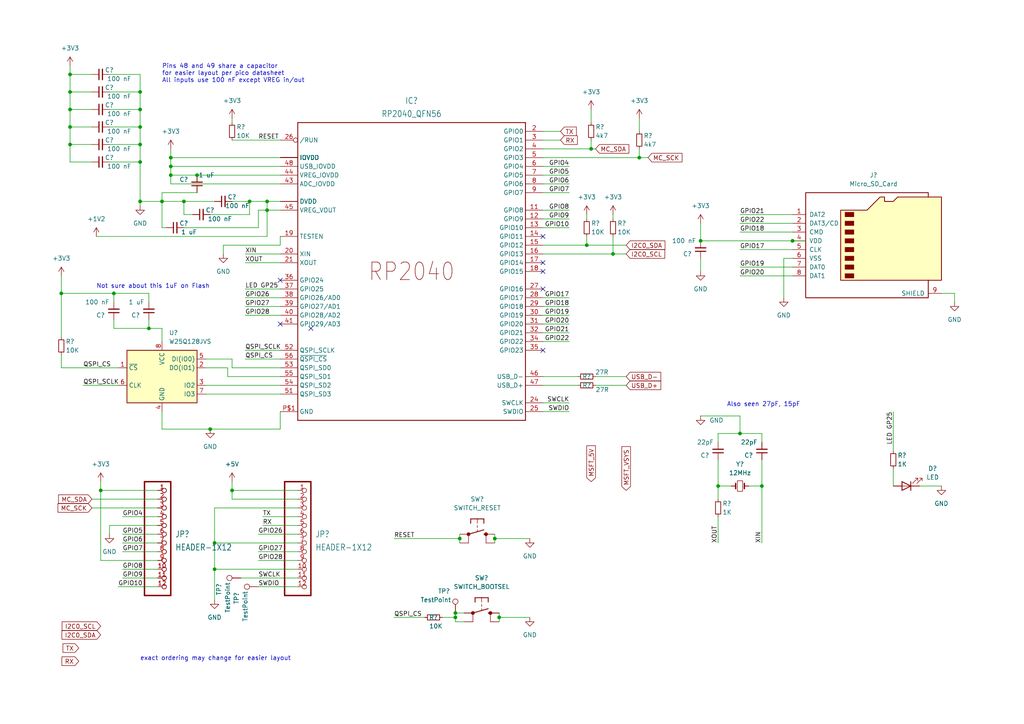
<source format=kicad_sch>
(kicad_sch (version 20211123) (generator eeschema)
  (paper "A4")
  (lib_symbols
    (symbol "Adafruit Feather RP2040-eagle-import:HEADER-1X12"
      (property "Reference" "JP" (at -6.35 18.415 0))
      (property "Value" "HEADER-1X12" (at -6.35 -17.78 0))
      (symbol "HEADER-1X12_1_0"
        (polyline (pts (xy -6.35 -15.24) (xy 1.27 -15.24)) (stroke (width 0.4064)))
        (polyline (pts (xy -6.35 17.78) (xy -6.35 -15.24)) (stroke (width 0.4064)))
        (polyline (pts (xy 1.27 -15.24) (xy 1.27 17.78)) (stroke (width 0.4064)))
        (polyline (pts (xy 1.27 17.78) (xy -6.35 17.78)) (stroke (width 0.4064)))
        (pin passive inverted (at -2.54 15.24 0) (length 2.54) (name "1") (number "1"))
        (pin passive inverted (at -2.54 -7.62 0) (length 2.54) (name "10") (number "10"))
        (pin passive inverted (at -2.54 -10.16 0) (length 2.54) (name "11") (number "11"))
        (pin passive inverted (at -2.54 -12.7 0) (length 2.54) (name "12") (number "12"))
        (pin passive inverted (at -2.54 12.7 0) (length 2.54) (name "2") (number "2"))
        (pin passive inverted (at -2.54 10.16 0) (length 2.54) (name "3") (number "3"))
        (pin passive inverted (at -2.54 7.62 0) (length 2.54) (name "4") (number "4"))
        (pin passive inverted (at -2.54 5.08 0) (length 2.54) (name "5") (number "5"))
        (pin passive inverted (at -2.54 2.54 0) (length 2.54) (name "6") (number "6"))
        (pin passive inverted (at -2.54 0 0) (length 2.54) (name "7") (number "7"))
        (pin passive inverted (at -2.54 -2.54 0) (length 2.54) (name "8") (number "8"))
        (pin passive inverted (at -2.54 -5.08 0) (length 2.54) (name "9") (number "9"))
      )
    )
    (symbol "Adafruit Feather RP2040-eagle-import:RP2040_QFN56"
      (property "Reference" "IC" (at -5.08 -40.64 0))
      (property "Value" "RP2040_QFN56" (at -27.94 45.72 0))
      (symbol "RP2040_QFN56_1_0"
        (polyline (pts (xy -33.02 -43.18) (xy -33.02 43.18)) (stroke (width 0.254)))
        (polyline (pts (xy -33.02 43.18) (xy 33.02 43.18)) (stroke (width 0.254)))
        (polyline (pts (xy 33.02 -43.18) (xy -33.02 -43.18)) (stroke (width 0.254)))
        (polyline (pts (xy 33.02 43.18) (xy 33.02 -43.18)) (stroke (width 0.254)))
        (text "RP2040" (at 0 0 0) (effects (font (size 5.08 4.318))))
        (pin power_in line (at -38.1 33.02 0) (length 5.08) (name "IOVDD") (number "1"))
        (pin power_in line (at -38.1 33.02 0) (length 5.08) (name "IOVDD") (number "10"))
        (pin bidirectional line (at 38.1 17.78 180) (length 5.08) (name "GPIO8") (number "11"))
        (pin bidirectional line (at 38.1 15.24 180) (length 5.08) (name "GPIO9") (number "12"))
        (pin bidirectional line (at 38.1 12.7 180) (length 5.08) (name "GPIO10") (number "13"))
        (pin bidirectional line (at 38.1 10.16 180) (length 5.08) (name "GPIO11") (number "14"))
        (pin bidirectional line (at 38.1 7.62 180) (length 5.08) (name "GPIO12") (number "15"))
        (pin bidirectional line (at 38.1 5.08 180) (length 5.08) (name "GPIO13") (number "16"))
        (pin bidirectional line (at 38.1 2.54 180) (length 5.08) (name "GPIO14") (number "17"))
        (pin bidirectional line (at 38.1 0 180) (length 5.08) (name "GPIO15") (number "18"))
        (pin input line (at -38.1 10.16 0) (length 5.08) (name "TESTEN") (number "19"))
        (pin bidirectional line (at 38.1 40.64 180) (length 5.08) (name "GPIO0") (number "2"))
        (pin input line (at -38.1 5.08 0) (length 5.08) (name "XIN") (number "20"))
        (pin output line (at -38.1 2.54 0) (length 5.08) (name "XOUT") (number "21"))
        (pin power_in line (at -38.1 33.02 0) (length 5.08) (name "IOVDD") (number "22"))
        (pin power_in line (at -38.1 20.32 0) (length 5.08) (name "DVDD") (number "23"))
        (pin bidirectional line (at 38.1 -38.1 180) (length 5.08) (name "SWCLK") (number "24"))
        (pin bidirectional line (at 38.1 -40.64 180) (length 5.08) (name "SWDIO") (number "25"))
        (pin bidirectional inverted (at -38.1 38.1 0) (length 5.08) (name "/RUN") (number "26"))
        (pin bidirectional line (at 38.1 -5.08 180) (length 5.08) (name "GPIO16") (number "27"))
        (pin bidirectional line (at 38.1 -7.62 180) (length 5.08) (name "GPIO17") (number "28"))
        (pin bidirectional line (at 38.1 -10.16 180) (length 5.08) (name "GPIO18") (number "29"))
        (pin bidirectional line (at 38.1 38.1 180) (length 5.08) (name "GPIO1") (number "3"))
        (pin bidirectional line (at 38.1 -12.7 180) (length 5.08) (name "GPIO19") (number "30"))
        (pin bidirectional line (at 38.1 -15.24 180) (length 5.08) (name "GPIO20") (number "31"))
        (pin bidirectional line (at 38.1 -17.78 180) (length 5.08) (name "GPIO21") (number "32"))
        (pin power_in line (at -38.1 33.02 0) (length 5.08) (name "IOVDD") (number "33"))
        (pin bidirectional line (at 38.1 -20.32 180) (length 5.08) (name "GPIO22") (number "34"))
        (pin bidirectional line (at 38.1 -22.86 180) (length 5.08) (name "GPIO23") (number "35"))
        (pin bidirectional line (at -38.1 -2.54 0) (length 5.08) (name "GPIO24") (number "36"))
        (pin bidirectional line (at -38.1 -5.08 0) (length 5.08) (name "GPIO25") (number "37"))
        (pin bidirectional line (at -38.1 -7.62 0) (length 5.08) (name "GPIO26/AD0") (number "38"))
        (pin bidirectional line (at -38.1 -10.16 0) (length 5.08) (name "GPIO27/AD1") (number "39"))
        (pin bidirectional line (at 38.1 35.56 180) (length 5.08) (name "GPIO2") (number "4"))
        (pin bidirectional line (at -38.1 -12.7 0) (length 5.08) (name "GPIO28/AD2") (number "40"))
        (pin bidirectional line (at -38.1 -15.24 0) (length 5.08) (name "GPIO29/AD3") (number "41"))
        (pin power_in line (at -38.1 33.02 0) (length 5.08) (name "IOVDD") (number "42"))
        (pin power_in line (at -38.1 25.4 0) (length 5.08) (name "ADC_IOVDD") (number "43"))
        (pin power_in line (at -38.1 27.94 0) (length 5.08) (name "VREG_IOVDD") (number "44"))
        (pin power_in line (at -38.1 17.78 0) (length 5.08) (name "VREG_VOUT") (number "45"))
        (pin bidirectional line (at 38.1 -30.48 180) (length 5.08) (name "USB_D-") (number "46"))
        (pin bidirectional line (at 38.1 -33.02 180) (length 5.08) (name "USB_D+") (number "47"))
        (pin power_in line (at -38.1 30.48 0) (length 5.08) (name "USB_IOVDD") (number "48"))
        (pin power_in line (at -38.1 33.02 0) (length 5.08) (name "IOVDD") (number "49"))
        (pin bidirectional line (at 38.1 33.02 180) (length 5.08) (name "GPIO3") (number "5"))
        (pin power_in line (at -38.1 20.32 0) (length 5.08) (name "DVDD") (number "50"))
        (pin bidirectional line (at -38.1 -35.56 0) (length 5.08) (name "QSPI_SD3") (number "51"))
        (pin bidirectional line (at -38.1 -22.86 0) (length 5.08) (name "QSPI_SCLK") (number "52"))
        (pin bidirectional line (at -38.1 -27.94 0) (length 5.08) (name "QSPI_SD0") (number "53"))
        (pin bidirectional line (at -38.1 -33.02 0) (length 5.08) (name "QSPI_SD2") (number "54"))
        (pin bidirectional line (at -38.1 -30.48 0) (length 5.08) (name "QSPI_SD1") (number "55"))
        (pin bidirectional line (at -38.1 -25.4 0) (length 5.08) (name "~{QSPI_CS}") (number "56"))
        (pin bidirectional line (at 38.1 30.48 180) (length 5.08) (name "GPIO4") (number "6"))
        (pin bidirectional line (at 38.1 27.94 180) (length 5.08) (name "GPIO5") (number "7"))
        (pin bidirectional line (at 38.1 25.4 180) (length 5.08) (name "GPIO6") (number "8"))
        (pin bidirectional line (at 38.1 22.86 180) (length 5.08) (name "GPIO7") (number "9"))
        (pin power_in line (at -38.1 -40.64 0) (length 5.08) (name "GND") (number "P$1"))
      )
    )
    (symbol "Adafruit Feather RP2040-eagle-import:SWITCH_TACT_SMT"
      (property "Reference" "SW" (at -2.54 6.35 0))
      (property "Value" "SWITCH_TACT_SMT" (at -2.54 -5.08 0))
      (symbol "SWITCH_TACT_SMT_1_0"
        (circle (center -2.54 0) (radius 0.127) (stroke (width 0.4064)))
        (polyline (pts (xy -2.54 -2.54) (xy -2.54 0)) (stroke (width 0.1524)))
        (polyline (pts (xy -2.54 0) (xy 1.905 1.27)) (stroke (width 0.254)))
        (polyline (pts (xy -1.905 4.445) (xy -1.905 3.175)) (stroke (width 0.254)))
        (polyline (pts (xy 0 1.27) (xy 0 0.635)) (stroke (width 0.1524)))
        (polyline (pts (xy 0 2.54) (xy 0 1.905)) (stroke (width 0.1524)))
        (polyline (pts (xy 0 4.445) (xy -1.905 4.445)) (stroke (width 0.254)))
        (polyline (pts (xy 0 4.445) (xy 0 3.175)) (stroke (width 0.1524)))
        (polyline (pts (xy 1.905 0) (xy 2.54 0)) (stroke (width 0.254)))
        (polyline (pts (xy 1.905 4.445) (xy 0 4.445)) (stroke (width 0.254)))
        (polyline (pts (xy 1.905 4.445) (xy 1.905 3.175)) (stroke (width 0.254)))
        (polyline (pts (xy 2.54 -2.54) (xy 2.54 0)) (stroke (width 0.1524)))
        (circle (center 2.54 0) (radius 0.127) (stroke (width 0.4064)))
        (pin passive line (at -5.08 0 0) (length 2.54) (name "P") (number "A"))
        (pin passive line (at -5.08 -2.54 0) (length 2.54) (name "P1") (number "A'"))
        (pin passive line (at 5.08 0 180) (length 2.54) (name "S") (number "B"))
        (pin passive line (at 5.08 -2.54 180) (length 2.54) (name "S1") (number "B'"))
      )
    )
    (symbol "Connector:Micro_SD_Card" (pin_names (offset 1.016))
      (property "Reference" "J" (at -16.51 15.24 0))
      (property "Value" "Micro_SD_Card" (at 16.51 15.24 0))
      (symbol "Micro_SD_Card_0_1"
        (rectangle (start -7.62 -9.525) (end -5.08 -10.795) (fill (type outline)))
        (rectangle (start -7.62 -6.985) (end -5.08 -8.255) (fill (type outline)))
        (rectangle (start -7.62 -4.445) (end -5.08 -5.715) (fill (type outline)))
        (rectangle (start -7.62 -1.905) (end -5.08 -3.175) (fill (type outline)))
        (rectangle (start -7.62 0.635) (end -5.08 -0.635) (fill (type outline)))
        (rectangle (start -7.62 3.175) (end -5.08 1.905) (fill (type outline)))
        (rectangle (start -7.62 5.715) (end -5.08 4.445) (fill (type outline)))
        (rectangle (start -7.62 8.255) (end -5.08 6.985) (fill (type outline)))
        (polyline (pts (xy 16.51 12.7) (xy 16.51 13.97) (xy -19.05 13.97) (xy -19.05 -16.51) (xy 16.51 -16.51) (xy 16.51 -11.43)) (stroke (width 0.254)))
        (polyline (pts (xy -8.89 -11.43) (xy -8.89 8.89) (xy -1.27 8.89) (xy 2.54 12.7) (xy 3.81 12.7) (xy 3.81 11.43) (xy 6.35 11.43) (xy 7.62 12.7) (xy 20.32 12.7) (xy 20.32 -11.43) (xy -8.89 -11.43)) (stroke (width 0.254)) (fill (type background)))
      )
      (symbol "Micro_SD_Card_1_1"
        (pin bidirectional line (at -22.86 7.62 0) (length 3.81) (name "DAT2") (number "1"))
        (pin bidirectional line (at -22.86 5.08 0) (length 3.81) (name "DAT3/CD") (number "2"))
        (pin input line (at -22.86 2.54 0) (length 3.81) (name "CMD") (number "3"))
        (pin power_in line (at -22.86 0 0) (length 3.81) (name "VDD") (number "4"))
        (pin input line (at -22.86 -2.54 0) (length 3.81) (name "CLK") (number "5"))
        (pin power_in line (at -22.86 -5.08 0) (length 3.81) (name "VSS") (number "6"))
        (pin bidirectional line (at -22.86 -7.62 0) (length 3.81) (name "DAT0") (number "7"))
        (pin bidirectional line (at -22.86 -10.16 0) (length 3.81) (name "DAT1") (number "8"))
        (pin passive line (at 20.32 -15.24 180) (length 3.81) (name "SHIELD") (number "9"))
      )
    )
    (symbol "Connector:TestPoint" (pin_numbers hide) (pin_names (offset 0.762) hide)
      (property "Reference" "TP" (at 0 6.858 0))
      (property "Value" "TestPoint" (at 0 5.08 0))
      (symbol "TestPoint_0_1"
        (circle (center 0 3.302) (radius 0.762))
      )
      (symbol "TestPoint_1_1"
        (pin passive line (at 0 0 90) (length 2.54) (name "1") (number "1"))
      )
    )
    (symbol "Device:C_Small" (pin_numbers hide) (pin_names (offset 0.254) hide)
      (property "Reference" "C" (at 0.254 1.778 0))
      (property "Value" "C_Small" (at 0.254 -2.032 0))
      (symbol "C_Small_0_1"
        (polyline (pts (xy -1.524 -0.508) (xy 1.524 -0.508)) (stroke (width 0.3302)))
        (polyline (pts (xy -1.524 0.508) (xy 1.524 0.508)) (stroke (width 0.3048)))
      )
      (symbol "C_Small_1_1"
        (pin passive line (at 0 2.54 270) (length 2.032) (name "~") (number "1"))
        (pin passive line (at 0 -2.54 90) (length 2.032) (name "~") (number "2"))
      )
    )
    (symbol "Device:Crystal_Small" (pin_numbers hide) (pin_names (offset 1.016) hide)
      (property "Reference" "Y" (at 0 2.54 0))
      (property "Value" "Crystal_Small" (at 0 -2.54 0))
      (symbol "Crystal_Small_0_1"
        (rectangle (start -0.762 -1.524) (end 0.762 1.524))
        (polyline (pts (xy -1.27 -0.762) (xy -1.27 0.762)) (stroke (width 0.381)))
        (polyline (pts (xy 1.27 -0.762) (xy 1.27 0.762)) (stroke (width 0.381)))
      )
      (symbol "Crystal_Small_1_1"
        (pin passive line (at -2.54 0 0) (length 1.27) (name "1") (number "1"))
        (pin passive line (at 2.54 0 180) (length 1.27) (name "2") (number "2"))
      )
    )
    (symbol "Device:LED" (pin_numbers hide) (pin_names (offset 1.016) hide)
      (property "Reference" "D" (at 0 2.54 0))
      (property "Value" "LED" (at 0 -2.54 0))
      (symbol "LED_0_1"
        (polyline (pts (xy -1.27 -1.27) (xy -1.27 1.27)) (stroke (width 0.254)))
        (polyline (pts (xy -1.27 0) (xy 1.27 0)))
        (polyline (pts (xy 1.27 -1.27) (xy 1.27 1.27) (xy -1.27 0) (xy 1.27 -1.27)) (stroke (width 0.254)))
        (polyline (pts (xy -3.048 -0.762) (xy -4.572 -2.286) (xy -3.81 -2.286) (xy -4.572 -2.286) (xy -4.572 -1.524)))
        (polyline (pts (xy -1.778 -0.762) (xy -3.302 -2.286) (xy -2.54 -2.286) (xy -3.302 -2.286) (xy -3.302 -1.524)))
      )
      (symbol "LED_1_1"
        (pin passive line (at -3.81 0 0) (length 2.54) (name "K") (number "1"))
        (pin passive line (at 3.81 0 180) (length 2.54) (name "A") (number "2"))
      )
    )
    (symbol "Device:R_Small" (pin_numbers hide) (pin_names (offset 0.254) hide)
      (property "Reference" "R" (at 0.762 0.508 0))
      (property "Value" "R_Small" (at 0.762 -1.016 0))
      (symbol "R_Small_0_1"
        (rectangle (start -0.762 1.778) (end 0.762 -1.778) (stroke (width 0.2032)))
      )
      (symbol "R_Small_1_1"
        (pin passive line (at 0 2.54 270) (length 0.762) (name "~") (number "1"))
        (pin passive line (at 0 -2.54 90) (length 0.762) (name "~") (number "2"))
      )
    )
    (symbol "Memory_Flash:W25Q128JVS"
      (property "Reference" "U" (at -8.89 8.89 0))
      (property "Value" "W25Q128JVS" (at 7.62 8.89 0))
      (symbol "W25Q128JVS_0_1"
        (rectangle (start -10.16 7.62) (end 10.16 -7.62) (stroke (width 0.254)) (fill (type background)))
      )
      (symbol "W25Q128JVS_1_1"
        (pin input line (at -12.7 2.54 0) (length 2.54) (name "~{CS}") (number "1"))
        (pin bidirectional line (at 12.7 2.54 180) (length 2.54) (name "DO(IO1)") (number "2"))
        (pin bidirectional line (at 12.7 -2.54 180) (length 2.54) (name "IO2") (number "3"))
        (pin power_in line (at 0 -10.16 90) (length 2.54) (name "GND") (number "4"))
        (pin bidirectional line (at 12.7 5.08 180) (length 2.54) (name "DI(IO0)") (number "5"))
        (pin input line (at -12.7 -2.54 0) (length 2.54) (name "CLK") (number "6"))
        (pin bidirectional line (at 12.7 -5.08 180) (length 2.54) (name "IO3") (number "7"))
        (pin power_in line (at 0 10.16 270) (length 2.54) (name "VCC") (number "8"))
      )
    )
    (symbol "power:+1V2" (power) (pin_names (offset 0))
      (property "Value" "+1V2" (at 0 3.556 0))
      (symbol "+1V2_0_1"
        (polyline (pts (xy -0.762 1.27) (xy 0 2.54)))
        (polyline (pts (xy 0 0) (xy 0 2.54)))
        (polyline (pts (xy 0 2.54) (xy 0.762 1.27)))
      )
      (symbol "+1V2_1_1"
        (pin power_in line (at 0 0 90) (length 0) hide (name "+1V2") (number "1"))
      )
    )
    (symbol "power:+3.3V" (power) (pin_names (offset 0))
      (property "Value" "+3.3V" (at 0 3.556 0))
      (symbol "+3.3V_0_1"
        (polyline (pts (xy -0.762 1.27) (xy 0 2.54)))
        (polyline (pts (xy 0 0) (xy 0 2.54)))
        (polyline (pts (xy 0 2.54) (xy 0.762 1.27)))
      )
      (symbol "+3.3V_1_1"
        (pin power_in line (at 0 0 90) (length 0) hide (name "+3V3") (number "1"))
      )
    )
    (symbol "power:+5V" (power) (pin_names (offset 0))
      (property "Value" "+5V" (at 0 3.556 0))
      (symbol "+5V_0_1"
        (polyline (pts (xy -0.762 1.27) (xy 0 2.54)))
        (polyline (pts (xy 0 0) (xy 0 2.54)))
        (polyline (pts (xy 0 2.54) (xy 0.762 1.27)))
      )
      (symbol "+5V_1_1"
        (pin power_in line (at 0 0 90) (length 0) hide (name "+5V") (number "1"))
      )
    )
    (symbol "power:GND" (power) (pin_names (offset 0))
      (property "Value" "GND" (at 0 -3.81 0))
      (symbol "GND_0_1"
        (polyline (pts (xy 0 0) (xy 0 -1.27) (xy 1.27 -1.27) (xy 0 -2.54) (xy -1.27 -1.27) (xy 0 -1.27)))
      )
      (symbol "GND_1_1"
        (pin power_in line (at 0 0 270) (length 0) hide (name "GND") (number "1"))
      )
    )
  )
  (junction (at 62.23 165.1))
  (junction (at 144.78 179.07))
  (junction (at 132.08 177.8))
  (junction (at 208.28 140.97))
  (junction (at 40.64 26.67))
  (junction (at 171.45 43.18))
  (junction (at 33.02 85.09))
  (junction (at 40.64 31.75))
  (junction (at 20.32 41.91))
  (junction (at 49.53 50.8))
  (junction (at 40.64 36.83))
  (junction (at 29.21 142.24))
  (junction (at 20.32 31.75))
  (junction (at 57.15 50.8))
  (junction (at 46.99 58.42))
  (junction (at 203.2 69.85))
  (junction (at 49.53 48.26))
  (junction (at 20.32 21.59))
  (junction (at 40.64 46.99))
  (junction (at 17.78 85.09))
  (junction (at 229.87 69.85))
  (junction (at 49.53 45.72))
  (junction (at 143.51 156.21))
  (junction (at 40.64 41.91))
  (junction (at 43.18 95.25))
  (junction (at 72.39 58.42))
  (junction (at 132.08 179.07))
  (junction (at 77.47 60.96))
  (junction (at 53.34 58.42))
  (junction (at 220.98 140.97))
  (junction (at 60.96 124.46))
  (junction (at 20.32 36.83))
  (junction (at 77.47 58.42))
  (junction (at 185.42 45.72))
  (junction (at 177.8 73.66))
  (junction (at 133.35 156.21))
  (junction (at 170.18 71.12))
  (junction (at 214.63 125.73))
  (junction (at 62.23 157.48))
  (junction (at 20.32 26.67))
  (junction (at 40.64 58.42))
  (junction (at 67.31 142.24))
  (no_connect (at 90.17 95.25))
  (no_connect (at 81.28 93.98))
  (no_connect (at 157.48 78.74))
  (no_connect (at 157.48 76.2))
  (no_connect (at 157.48 83.82))
  (no_connect (at 157.48 68.58))
  (no_connect (at 157.48 101.6))
  (no_connect (at 311.15 87.63))
  (no_connect (at 81.28 81.28))
  (wire (pts (xy 74.93 170.18) (xy 86.36 170.18)))
  (wire (pts (xy 208.28 149.86) (xy 208.28 157.48)))
  (wire (pts (xy 53.34 58.42) (xy 62.23 58.42)))
  (wire (pts (xy 81.28 124.46) (xy 60.96 124.46)))
  (wire (pts (xy 55.88 62.23) (xy 53.34 62.23)))
  (wire (pts (xy 72.39 62.23) (xy 72.39 58.42)))
  (wire (pts (xy 157.48 99.06) (xy 165.1 99.06)))
  (wire (pts (xy 29.21 142.24) (xy 29.21 139.7)))
  (wire (pts (xy 233.68 69.85) (xy 229.87 69.85)))
  (wire (pts (xy 134.62 180.34) (xy 132.08 180.34)))
  (wire (pts (xy 43.18 95.25) (xy 33.02 95.25)))
  (wire (pts (xy 144.78 179.07) (xy 144.78 180.34)))
  (wire (pts (xy 143.51 156.21) (xy 153.67 156.21)))
  (wire (pts (xy 170.18 62.23) (xy 170.18 63.5)))
  (wire (pts (xy 35.56 165.1) (xy 45.72 165.1)))
  (wire (pts (xy 208.28 144.78) (xy 208.28 140.97)))
  (wire (pts (xy 69.85 167.64) (xy 86.36 167.64)))
  (wire (pts (xy 81.28 119.38) (xy 81.28 124.46)))
  (wire (pts (xy 74.93 60.96) (xy 77.47 60.96)))
  (wire (pts (xy 24.13 111.76) (xy 34.29 111.76)))
  (wire (pts (xy 26.67 26.67) (xy 20.32 26.67)))
  (wire (pts (xy 208.28 128.27) (xy 208.28 125.73)))
  (wire (pts (xy 45.72 152.4) (xy 31.75 152.4)))
  (wire (pts (xy 214.63 77.47) (xy 229.87 77.47)))
  (wire (pts (xy 67.31 144.78) (xy 86.36 144.78)))
  (wire (pts (xy 66.04 106.68) (xy 66.04 109.22)))
  (wire (pts (xy 220.98 140.97) (xy 217.17 140.97)))
  (wire (pts (xy 35.56 167.64) (xy 45.72 167.64)))
  (wire (pts (xy 35.56 154.94) (xy 45.72 154.94)))
  (wire (pts (xy 171.45 40.64) (xy 171.45 43.18)))
  (wire (pts (xy 157.48 119.38) (xy 165.1 119.38)))
  (wire (pts (xy 133.35 154.94) (xy 133.35 156.21)))
  (wire (pts (xy 76.2 152.4) (xy 86.36 152.4)))
  (wire (pts (xy 17.78 80.01) (xy 17.78 85.09)))
  (wire (pts (xy 26.67 36.83) (xy 20.32 36.83)))
  (wire (pts (xy 59.69 114.3) (xy 81.28 114.3)))
  (wire (pts (xy 144.78 179.07) (xy 153.67 179.07)))
  (wire (pts (xy 43.18 87.63) (xy 43.18 85.09)))
  (wire (pts (xy 157.48 40.64) (xy 162.56 40.64)))
  (wire (pts (xy 49.53 48.26) (xy 49.53 45.72)))
  (wire (pts (xy 67.31 106.68) (xy 81.28 106.68)))
  (wire (pts (xy 220.98 125.73) (xy 220.98 128.27)))
  (wire (pts (xy 62.23 165.1) (xy 62.23 173.99)))
  (wire (pts (xy 64.77 71.12) (xy 64.77 73.66)))
  (wire (pts (xy 170.18 71.12) (xy 170.18 68.58)))
  (wire (pts (xy 157.48 63.5) (xy 165.1 63.5)))
  (wire (pts (xy 214.63 67.31) (xy 229.87 67.31)))
  (wire (pts (xy 259.08 135.89) (xy 259.08 140.97)))
  (wire (pts (xy 67.31 34.29) (xy 67.31 35.56)))
  (wire (pts (xy 177.8 73.66) (xy 177.8 68.58)))
  (wire (pts (xy 71.12 76.2) (xy 81.28 76.2)))
  (wire (pts (xy 157.48 111.76) (xy 167.64 111.76)))
  (wire (pts (xy 134.62 177.8) (xy 132.08 177.8)))
  (wire (pts (xy 49.53 45.72) (xy 81.28 45.72)))
  (wire (pts (xy 214.63 120.65) (xy 214.63 125.73)))
  (wire (pts (xy 35.56 157.48) (xy 45.72 157.48)))
  (wire (pts (xy 62.23 157.48) (xy 62.23 165.1)))
  (wire (pts (xy 29.21 142.24) (xy 45.72 142.24)))
  (wire (pts (xy 220.98 133.35) (xy 220.98 140.97)))
  (wire (pts (xy 74.93 60.96) (xy 74.93 66.04)))
  (wire (pts (xy 172.72 111.76) (xy 181.61 111.76)))
  (wire (pts (xy 59.69 111.76) (xy 81.28 111.76)))
  (wire (pts (xy 177.8 73.66) (xy 181.61 73.66)))
  (wire (pts (xy 214.63 62.23) (xy 229.87 62.23)))
  (wire (pts (xy 203.2 64.77) (xy 203.2 69.85)))
  (wire (pts (xy 157.48 38.1) (xy 162.56 38.1)))
  (wire (pts (xy 53.34 62.23) (xy 53.34 58.42)))
  (wire (pts (xy 157.48 86.36) (xy 165.1 86.36)))
  (wire (pts (xy 273.05 85.09) (xy 276.86 85.09)))
  (wire (pts (xy 77.47 68.58) (xy 77.47 60.96)))
  (wire (pts (xy 67.31 106.68) (xy 67.31 104.14)))
  (wire (pts (xy 35.56 149.86) (xy 45.72 149.86)))
  (wire (pts (xy 229.87 74.93) (xy 227.33 74.93)))
  (wire (pts (xy 49.53 50.8) (xy 49.53 48.26)))
  (wire (pts (xy 40.64 59.69) (xy 40.64 58.42)))
  (wire (pts (xy 34.29 170.18) (xy 45.72 170.18)))
  (wire (pts (xy 20.32 41.91) (xy 20.32 46.99)))
  (wire (pts (xy 185.42 43.18) (xy 185.42 45.72)))
  (wire (pts (xy 220.98 140.97) (xy 220.98 157.48)))
  (wire (pts (xy 57.15 50.8) (xy 81.28 50.8)))
  (wire (pts (xy 66.04 109.22) (xy 81.28 109.22)))
  (wire (pts (xy 76.2 149.86) (xy 86.36 149.86)))
  (wire (pts (xy 71.12 101.6) (xy 81.28 101.6)))
  (wire (pts (xy 29.21 162.56) (xy 29.21 142.24)))
  (wire (pts (xy 203.2 120.65) (xy 214.63 120.65)))
  (wire (pts (xy 48.26 66.04) (xy 46.99 66.04)))
  (wire (pts (xy 59.69 106.68) (xy 66.04 106.68)))
  (wire (pts (xy 132.08 180.34) (xy 132.08 179.07)))
  (wire (pts (xy 157.48 55.88) (xy 165.1 55.88)))
  (wire (pts (xy 40.64 41.91) (xy 40.64 46.99)))
  (wire (pts (xy 46.99 95.25) (xy 43.18 95.25)))
  (wire (pts (xy 132.08 177.8) (xy 132.08 179.07)))
  (wire (pts (xy 157.48 116.84) (xy 165.1 116.84)))
  (wire (pts (xy 143.51 157.48) (xy 143.51 156.21)))
  (wire (pts (xy 81.28 68.58) (xy 81.28 71.12)))
  (wire (pts (xy 72.39 58.42) (xy 77.47 58.42)))
  (wire (pts (xy 157.48 88.9) (xy 165.1 88.9)))
  (wire (pts (xy 67.31 142.24) (xy 86.36 142.24)))
  (wire (pts (xy 33.02 85.09) (xy 33.02 87.63)))
  (wire (pts (xy 67.31 58.42) (xy 72.39 58.42)))
  (wire (pts (xy 208.28 133.35) (xy 208.28 140.97)))
  (wire (pts (xy 71.12 73.66) (xy 81.28 73.66)))
  (wire (pts (xy 26.67 147.32) (xy 45.72 147.32)))
  (wire (pts (xy 157.48 71.12) (xy 170.18 71.12)))
  (wire (pts (xy 46.99 66.04) (xy 46.99 58.42)))
  (wire (pts (xy 31.75 152.4) (xy 31.75 154.94)))
  (wire (pts (xy 20.32 21.59) (xy 20.32 26.67)))
  (wire (pts (xy 208.28 125.73) (xy 214.63 125.73)))
  (wire (pts (xy 157.48 96.52) (xy 165.1 96.52)))
  (wire (pts (xy 177.8 62.23) (xy 177.8 63.5)))
  (wire (pts (xy 26.67 31.75) (xy 20.32 31.75)))
  (wire (pts (xy 17.78 102.87) (xy 17.78 106.68)))
  (wire (pts (xy 31.75 46.99) (xy 40.64 46.99)))
  (wire (pts (xy 46.99 58.42) (xy 53.34 58.42)))
  (wire (pts (xy 31.75 31.75) (xy 40.64 31.75)))
  (wire (pts (xy 26.67 144.78) (xy 45.72 144.78)))
  (wire (pts (xy 157.48 50.8) (xy 165.1 50.8)))
  (wire (pts (xy 20.32 36.83) (xy 20.32 41.91)))
  (wire (pts (xy 57.15 55.88) (xy 46.99 55.88)))
  (wire (pts (xy 114.3 156.21) (xy 133.35 156.21)))
  (wire (pts (xy 62.23 147.32) (xy 62.23 157.48)))
  (wire (pts (xy 40.64 58.42) (xy 46.99 58.42)))
  (wire (pts (xy 77.47 58.42) (xy 77.47 60.96)))
  (wire (pts (xy 67.31 139.7) (xy 67.31 142.24)))
  (wire (pts (xy 71.12 104.14) (xy 81.28 104.14)))
  (wire (pts (xy 74.93 154.94) (xy 86.36 154.94)))
  (wire (pts (xy 114.3 179.07) (xy 123.19 179.07)))
  (wire (pts (xy 40.64 26.67) (xy 40.64 31.75)))
  (wire (pts (xy 33.02 95.25) (xy 33.02 92.71)))
  (wire (pts (xy 60.96 62.23) (xy 72.39 62.23)))
  (wire (pts (xy 31.75 41.91) (xy 40.64 41.91)))
  (wire (pts (xy 20.32 36.83) (xy 20.32 31.75)))
  (wire (pts (xy 49.53 48.26) (xy 81.28 48.26)))
  (wire (pts (xy 157.48 45.72) (xy 185.42 45.72)))
  (wire (pts (xy 133.35 157.48) (xy 133.35 156.21)))
  (wire (pts (xy 185.42 34.29) (xy 185.42 38.1)))
  (wire (pts (xy 203.2 74.93) (xy 203.2 78.74)))
  (wire (pts (xy 17.78 85.09) (xy 17.78 97.79)))
  (wire (pts (xy 26.67 41.91) (xy 20.32 41.91)))
  (wire (pts (xy 33.02 85.09) (xy 17.78 85.09)))
  (wire (pts (xy 59.69 104.14) (xy 67.31 104.14)))
  (wire (pts (xy 49.53 45.72) (xy 49.53 43.18)))
  (wire (pts (xy 49.53 50.8) (xy 57.15 50.8)))
  (wire (pts (xy 81.28 71.12) (xy 64.77 71.12)))
  (wire (pts (xy 20.32 31.75) (xy 20.32 26.67)))
  (wire (pts (xy 35.56 160.02) (xy 45.72 160.02)))
  (wire (pts (xy 26.67 46.99) (xy 20.32 46.99)))
  (wire (pts (xy 143.51 154.94) (xy 143.51 156.21)))
  (wire (pts (xy 214.63 64.77) (xy 229.87 64.77)))
  (wire (pts (xy 157.48 73.66) (xy 177.8 73.66)))
  (wire (pts (xy 43.18 85.09) (xy 33.02 85.09)))
  (wire (pts (xy 20.32 19.05) (xy 20.32 21.59)))
  (wire (pts (xy 29.21 162.56) (xy 45.72 162.56)))
  (wire (pts (xy 144.78 177.8) (xy 144.78 179.07)))
  (wire (pts (xy 62.23 147.32) (xy 86.36 147.32)))
  (wire (pts (xy 266.7 140.97) (xy 273.05 140.97)))
  (wire (pts (xy 43.18 92.71) (xy 43.18 95.25)))
  (wire (pts (xy 157.48 66.04) (xy 165.1 66.04)))
  (wire (pts (xy 20.32 21.59) (xy 26.67 21.59)))
  (wire (pts (xy 67.31 40.64) (xy 81.28 40.64)))
  (wire (pts (xy 46.99 124.46) (xy 60.96 124.46)))
  (wire (pts (xy 170.18 71.12) (xy 181.61 71.12)))
  (wire (pts (xy 46.99 99.06) (xy 46.99 95.25)))
  (wire (pts (xy 157.48 109.22) (xy 167.64 109.22)))
  (wire (pts (xy 40.64 21.59) (xy 40.64 26.67)))
  (wire (pts (xy 157.48 60.96) (xy 165.1 60.96)))
  (wire (pts (xy 31.75 36.83) (xy 40.64 36.83)))
  (wire (pts (xy 171.45 43.18) (xy 172.72 43.18)))
  (wire (pts (xy 185.42 45.72) (xy 187.96 45.72)))
  (wire (pts (xy 208.28 140.97) (xy 212.09 140.97)))
  (wire (pts (xy 157.48 43.18) (xy 171.45 43.18)))
  (wire (pts (xy 62.23 165.1) (xy 86.36 165.1)))
  (wire (pts (xy 276.86 85.09) (xy 276.86 87.63)))
  (wire (pts (xy 259.08 119.38) (xy 259.08 130.81)))
  (wire (pts (xy 46.99 55.88) (xy 46.99 58.42)))
  (wire (pts (xy 40.64 31.75) (xy 40.64 36.83)))
  (wire (pts (xy 157.48 93.98) (xy 165.1 93.98)))
  (wire (pts (xy 157.48 53.34) (xy 165.1 53.34)))
  (wire (pts (xy 81.28 58.42) (xy 77.47 58.42)))
  (wire (pts (xy 31.75 26.67) (xy 40.64 26.67)))
  (wire (pts (xy 227.33 74.93) (xy 227.33 86.36)))
  (wire (pts (xy 214.63 125.73) (xy 220.98 125.73)))
  (wire (pts (xy 157.48 91.44) (xy 165.1 91.44)))
  (wire (pts (xy 71.12 83.82) (xy 81.28 83.82)))
  (wire (pts (xy 74.93 162.56) (xy 86.36 162.56)))
  (wire (pts (xy 172.72 109.22) (xy 181.61 109.22)))
  (wire (pts (xy 49.53 53.34) (xy 81.28 53.34)))
  (wire (pts (xy 74.93 66.04) (xy 53.34 66.04)))
  (wire (pts (xy 71.12 86.36) (xy 81.28 86.36)))
  (wire (pts (xy 40.64 46.99) (xy 40.64 58.42)))
  (wire (pts (xy 40.64 36.83) (xy 40.64 41.91)))
  (wire (pts (xy 17.78 106.68) (xy 34.29 106.68)))
  (wire (pts (xy 81.28 60.96) (xy 77.47 60.96)))
  (wire (pts (xy 27.94 68.58) (xy 77.47 68.58)))
  (wire (pts (xy 157.48 48.26) (xy 165.1 48.26)))
  (wire (pts (xy 214.63 80.01) (xy 229.87 80.01)))
  (wire (pts (xy 49.53 53.34) (xy 49.53 50.8)))
  (wire (pts (xy 67.31 142.24) (xy 67.31 144.78)))
  (wire (pts (xy 46.99 119.38) (xy 46.99 124.46)))
  (wire (pts (xy 74.93 160.02) (xy 86.36 160.02)))
  (wire (pts (xy 171.45 31.75) (xy 171.45 35.56)))
  (wire (pts (xy 132.08 179.07) (xy 128.27 179.07)))
  (wire (pts (xy 31.75 21.59) (xy 40.64 21.59)))
  (wire (pts (xy 71.12 91.44) (xy 81.28 91.44)))
  (wire (pts (xy 214.63 72.39) (xy 229.87 72.39)))
  (wire (pts (xy 229.87 69.85) (xy 203.2 69.85)))
  (wire (pts (xy 71.12 88.9) (xy 81.28 88.9)))
  (wire (pts (xy 62.23 157.48) (xy 86.36 157.48)))
  (text "Also seen 27pF, 15pF" (at 210.82 118.11 0) (effects (font (size 1.27 1.27)) (justify left bottom)))
  (text "Not sure about this 1uF on Flash" (at 27.94 83.82 0) (effects (font (size 1.27 1.27)) (justify left bottom)))
  (text "Pins 48 and 49 share a capacitor\nfor easier layout per pico datasheet\nAll inputs use 100 nF except VREG in/out" (at 46.99 24.13 0) (effects (font (size 1.27 1.27)) (justify left bottom)))
  (text "exact ordering may change for easier layout" (at 40.64 191.77 0) (effects (font (size 1.27 1.27)) (justify left bottom)))
  (label "GPIO19" (at 214.63 77.47 0))
  (label "QSPI_CS" (at 71.12 104.14 0))
  (label "GPIO20" (at 214.63 80.01 0))
  (label "SWDIO" (at 165.1 119.38 180))
  (label "GPIO20" (at 165.1 93.98 180))
  (label "GPIO28" (at 74.93 162.56 0))
  (label "GPIO26" (at 74.93 154.94 0))
  (label "GPIO27" (at 74.93 160.02 0))
  (label "GPIO9" (at 35.56 167.64 0))
  (label "GPIO8" (at 165.1 60.96 180))
  (label "GPIO27" (at 71.12 88.9 0))
  (label "QSPI_CS" (at 24.13 106.68 0))
  (label "GPIO22" (at 214.63 64.77 0))
  (label "GPIO4" (at 165.1 48.26 180))
  (label "GPIO28" (at 71.12 91.44 0))
  (label "TX" (at 76.2 149.86 0))
  (label "GPIO7" (at 35.56 160.02 0))
  (label "SWDIO" (at 74.93 170.18 0))
  (label "XOUT" (at 71.12 76.2 0))
  (label "RESET" (at 74.93 40.64 0))
  (label "GPIO4" (at 35.56 149.86 0))
  (label "RX" (at 76.2 152.4 0))
  (label "RESET" (at 114.3 156.21 0))
  (label "QSPI_SCLK" (at 24.13 111.76 0))
  (label "GPIO10" (at 165.1 66.04 180))
  (label "SWCLK" (at 165.1 116.84 180))
  (label "GPIO22" (at 165.1 99.06 180))
  (label "GPIO10" (at 34.29 170.18 0))
  (label "XIN" (at 220.98 157.48 90))
  (label "GPIO6" (at 165.1 53.34 180))
  (label "GPIO6" (at 35.56 157.48 0))
  (label "XOUT" (at 208.28 157.48 90))
  (label "QSPI_CS" (at 114.3 179.07 0))
  (label "XIN" (at 71.12 73.66 0))
  (label "LED GP25" (at 259.08 119.38 270))
  (label "SWCLK" (at 74.93 167.64 0))
  (label "GPIO7" (at 165.1 55.88 180))
  (label "GPIO17" (at 165.1 86.36 180))
  (label "GPIO8" (at 35.56 165.1 0))
  (label "GPIO18" (at 165.1 88.9 180))
  (label "GPIO5" (at 165.1 50.8 180))
  (label "GPIO17" (at 214.63 72.39 0))
  (label "GPIO18" (at 214.63 67.31 0))
  (label "QSPI_SCLK" (at 71.12 101.6 0))
  (label "GPIO21" (at 165.1 96.52 180))
  (label "GPIO26" (at 71.12 86.36 0))
  (label "GPIO9" (at 165.1 63.5 180))
  (label "GPIO21" (at 214.63 62.23 0))
  (label "GPIO19" (at 165.1 91.44 180))
  (label "GPIO5" (at 35.56 154.94 0))
  (label "LED GP25" (at 71.12 83.82 0))
  (global_label "I2C0_SCL" (shape input) (at 181.61 73.66 0) (property "Intersheet References" "${INTERSHEET_REFS}" (effects hide)))
  (global_label "RX" (shape input) (at 162.56 40.64 0) (property "Intersheet References" "${INTERSHEET_REFS}" (effects hide)))
  (global_label "USB_D-" (shape input) (at 181.61 109.22 0) (property "Intersheet References" "${INTERSHEET_REFS}" (effects hide)))
  (global_label "MSFT_5V" (shape input) (at 171.45 139.7 90) (property "Intersheet References" "${INTERSHEET_REFS}" (effects hide)))
  (global_label "I2C0_SDA" (shape input) (at 181.61 71.12 0) (property "Intersheet References" "${INTERSHEET_REFS}" (effects hide)))
  (global_label "TX" (shape input) (at 162.56 38.1 0) (property "Intersheet References" "${INTERSHEET_REFS}" (effects hide)))
  (global_label "I2C0_SCL" (shape input) (at 29.21 181.61 180) (property "Intersheet References" "${INTERSHEET_REFS}" (effects hide)))
  (global_label "MC_SCK" (shape input) (at 26.67 147.32 180) (property "Intersheet References" "${INTERSHEET_REFS}" (effects hide)))
  (global_label "MC_SCK" (shape input) (at 187.96 45.72 0) (property "Intersheet References" "${INTERSHEET_REFS}" (effects hide)))
  (global_label "TX" (shape input) (at 22.86 187.96 180) (property "Intersheet References" "${INTERSHEET_REFS}" (effects hide)))
  (global_label "I2C0_SDA" (shape input) (at 29.21 184.15 180) (property "Intersheet References" "${INTERSHEET_REFS}" (effects hide)))
  (global_label "MC_SDA" (shape input) (at 26.67 144.78 180) (property "Intersheet References" "${INTERSHEET_REFS}" (effects hide)))
  (global_label "MSFT_VSYS" (shape input) (at 181.61 142.24 90) (property "Intersheet References" "${INTERSHEET_REFS}" (effects hide)))
  (global_label "MC_SDA" (shape input) (at 172.72 43.18 0) (property "Intersheet References" "${INTERSHEET_REFS}" (effects hide)))
  (global_label "RX" (shape input) (at 22.86 191.77 180) (property "Intersheet References" "${INTERSHEET_REFS}" (effects hide)))
  (global_label "USB_D+" (shape input) (at 181.61 111.76 0) (property "Intersheet References" "${INTERSHEET_REFS}" (effects hide)))
  (symbol (lib_id "Device:C_Small") (at 208.28 130.81 180) (unit 1)
    (property "Reference" "C?" (at 205.74 132.0738 0) (effects (justify left)))
    (property "Value" "22pF" (at 207.01 128.27 0) (effects (justify left)))
  )
  (symbol (lib_id "Adafruit Feather RP2040-eagle-import:HEADER-1X12") (at 88.9 157.48 0) (unit 1)
    (property "Reference" "JP?" (at 91.44 154.94 0) (effects (font (size 1.778 1.5113)) (justify left)))
    (property "Value" "HEADER-1X12" (at 91.44 158.75 0) (effects (font (size 1.778 1.5113)) (justify left)))
    (property "Footprint" "Adafruit Feather RP2040:1X12_ROUND" (effects hide))
  )
  (symbol (lib_id "Device:R_Small") (at 170.18 66.04 0) (unit 1)
    (property "Reference" "R?" (at 171.45 64.77 0) (effects (justify left)))
    (property "Value" "10K" (at 171.45 67.31 0) (effects (justify left)))
  )
  (symbol (lib_id "power:GND") (at 153.67 179.07 0) (unit 1)
    (property "Reference" "#PWR?" (effects hide))
    (property "Value" "GND" (at 153.67 184.15 0))
  )
  (symbol (lib_id "Device:C_Small") (at 29.21 36.83 90) (unit 1)
    (property "Reference" "C?" (at 33.02 35.56 90) (effects (justify left)))
    (property "Value" "100 nF" (at 38.1 38.1 90) (effects (justify left)))
  )
  (symbol (lib_id "power:GND") (at 227.33 86.36 0) (unit 1)
    (property "Reference" "#PWR?" (effects hide))
    (property "Value" "GND" (at 227.33 91.44 0))
  )
  (symbol (lib_id "power:GND") (at 203.2 120.65 0) (unit 1)
    (property "Reference" "#PWR?" (effects hide))
    (property "Value" "GND" (at 205.74 121.9199 0) (effects (justify left)))
  )
  (symbol (lib_id "power:+3.3V") (at 185.42 34.29 0) (unit 1)
    (property "Reference" "#PWR?" (effects hide))
    (property "Value" "+3.3V" (at 185.42 29.21 0))
  )
  (symbol (lib_id "Device:C_Small") (at 29.21 46.99 90) (unit 1)
    (property "Reference" "C?" (at 33.02 45.72 90) (effects (justify left)))
    (property "Value" "100 nF" (at 38.1 48.26 90) (effects (justify left)))
  )
  (symbol (lib_id "Connector:TestPoint") (at 74.93 170.18 90) (unit 1)
    (property "Reference" "TP?" (at 68.58 175.26 0) (effects (justify left)))
    (property "Value" "TestPoint" (at 71.12 180.34 0) (effects (justify left)))
  )
  (symbol (lib_id "Device:C_Small") (at 43.18 90.17 180) (unit 1)
    (property "Reference" "C?" (at 40.64 91.4338 0) (effects (justify left)))
    (property "Value" "1 uF" (at 41.91 87.63 0) (effects (justify left)))
  )
  (symbol (lib_id "Device:R_Small") (at 170.18 111.76 270) (unit 1)
    (property "Reference" "R?" (at 168.91 111.76 90) (effects (justify left)))
    (property "Value" "27R" (at 172.72 113.03 90) (effects (justify left)))
  )
  (symbol (lib_id "Device:R_Small") (at 171.45 38.1 0) (unit 1)
    (property "Reference" "R?" (at 172.72 36.83 0) (effects (justify left)))
    (property "Value" "4k7" (at 172.72 39.37 0) (effects (justify left)))
  )
  (symbol (lib_id "Connector:Micro_SD_Card") (at 252.73 69.85 0) (unit 1)
    (property "Reference" "J?" (at 253.365 50.8 0))
    (property "Value" "Micro_SD_Card" (at 253.365 53.34 0))
    (property "Datasheet" "http://katalog.we-online.de/em/datasheet/693072010801.pdf" (effects hide))
  )
  (symbol (lib_id "power:GND") (at 62.23 173.99 0) (unit 1)
    (property "Reference" "#PWR?" (effects hide))
    (property "Value" "GND" (at 62.23 179.07 0))
  )
  (symbol (lib_id "power:GND") (at 203.2 78.74 0) (unit 1)
    (property "Reference" "#PWR?" (effects hide))
    (property "Value" "GND" (at 203.2 83.82 0))
  )
  (symbol (lib_id "power:+1V2") (at 27.94 68.58 0) (unit 1)
    (property "Reference" "#PWR?" (effects hide))
    (property "Value" "+1V2" (at 27.94 63.5 0))
  )
  (symbol (lib_id "Device:C_Small") (at 50.8 66.04 90) (unit 1)
    (property "Reference" "C?" (at 54.61 64.77 90) (effects (justify left)))
    (property "Value" "1 uF" (at 57.15 67.31 90) (effects (justify left)))
  )
  (symbol (lib_id "Memory_Flash:W25Q128JVS") (at 46.99 109.22 0) (unit 1)
    (property "Reference" "U?" (at 49.0094 96.52 0) (effects (justify left)))
    (property "Value" "W25Q128JVS" (at 49.0094 99.06 0) (effects (justify left)))
    (property "Footprint" "Package_SO:SOIC-8_5.23x5.23mm_P1.27mm" (effects hide))
    (property "Datasheet" "http://www.winbond.com/resource-files/w25q128jv_dtr%20revc%2003272018%20plus.pdf" (effects hide))
  )
  (symbol (lib_id "power:+3.3V") (at 20.32 19.05 0) (unit 1)
    (property "Reference" "#PWR?" (effects hide))
    (property "Value" "+3.3V" (at 20.32 13.97 0))
  )
  (symbol (lib_id "Device:R_Small") (at 208.28 147.32 0) (unit 1)
    (property "Reference" "R?" (at 209.55 146.05 0) (effects (justify left)))
    (property "Value" "1K" (at 209.55 148.59 0) (effects (justify left)))
  )
  (symbol (lib_id "power:+3.3V") (at 67.31 34.29 0) (unit 1)
    (property "Reference" "#PWR?" (effects hide))
    (property "Value" "+3.3V" (at 67.31 29.21 0))
  )
  (symbol (lib_id "Adafruit Feather RP2040-eagle-import:SWITCH_TACT_SMT") (at 139.7 177.8 0) (unit 1)
    (property "Reference" "SW?" (at 139.7 167.64 0))
    (property "Value" "SWITCH_BOOTSEL" (at 139.7 170.18 0))
    (property "Footprint" "Adafruit Feather RP2040:EVQ-Q2" (effects hide))
  )
  (symbol (lib_id "power:+3.3V") (at 203.2 64.77 0) (unit 1)
    (property "Reference" "#PWR?" (effects hide))
    (property "Value" "+3.3V" (at 203.2 59.69 0))
  )
  (symbol (lib_id "Device:C_Small") (at 64.77 58.42 90) (unit 1)
    (property "Reference" "C?" (at 68.58 57.15 90) (effects (justify left)))
    (property "Value" "100 nF" (at 72.39 59.69 90) (effects (justify left)))
  )
  (symbol (lib_id "power:GND") (at 40.64 59.69 0) (unit 1)
    (property "Reference" "#PWR?" (effects hide))
    (property "Value" "GND" (at 40.64 64.77 0))
  )
  (symbol (lib_id "power:+3.3V") (at 49.53 43.18 0) (unit 1)
    (property "Reference" "#PWR?" (effects hide))
    (property "Value" "+3.3V" (at 49.53 38.1 0))
  )
  (symbol (lib_id "power:+3.3V") (at 29.21 139.7 0) (unit 1)
    (property "Reference" "#PWR?" (effects hide))
    (property "Value" "+3.3V" (at 29.21 134.62 0))
  )
  (symbol (lib_id "Adafruit Feather RP2040-eagle-import:HEADER-1X12") (at 48.26 157.48 0) (unit 1)
    (property "Reference" "JP?" (at 50.8 154.94 0) (effects (font (size 1.778 1.5113)) (justify left)))
    (property "Value" "HEADER-1X12" (at 50.8 158.75 0) (effects (font (size 1.778 1.5113)) (justify left)))
    (property "Footprint" "Adafruit Feather RP2040:1X12_ROUND" (effects hide))
  )
  (symbol (lib_id "Device:C_Small") (at 203.2 72.39 180) (unit 1)
    (property "Reference" "C?" (at 200.66 73.6538 0) (effects (justify left)))
    (property "Value" "100 nF" (at 201.93 69.85 0) (effects (justify left)))
  )
  (symbol (lib_id "power:+3.3V") (at 171.45 31.75 0) (unit 1)
    (property "Reference" "#PWR?" (effects hide))
    (property "Value" "+3.3V" (at 171.45 26.67 0))
  )
  (symbol (lib_id "Adafruit Feather RP2040-eagle-import:SWITCH_TACT_SMT") (at 138.43 154.94 0) (unit 1)
    (property "Reference" "SW?" (at 138.43 144.78 0))
    (property "Value" "SWITCH_RESET" (at 138.43 147.32 0))
    (property "Footprint" "Adafruit Feather RP2040:EVQ-Q2" (effects hide))
  )
  (symbol (lib_id "Device:C_Small") (at 29.21 26.67 90) (unit 1)
    (property "Reference" "C?" (at 33.02 25.4 90) (effects (justify left)))
    (property "Value" "100 nF" (at 38.1 27.94 90) (effects (justify left)))
  )
  (symbol (lib_id "Device:C_Small") (at 29.21 31.75 90) (unit 1)
    (property "Reference" "C?" (at 33.02 30.48 90) (effects (justify left)))
    (property "Value" "100 nF" (at 38.1 33.02 90) (effects (justify left)))
  )
  (symbol (lib_id "Connector:TestPoint") (at 69.85 167.64 90) (unit 1)
    (property "Reference" "TP?" (at 63.5 172.72 0) (effects (justify left)))
    (property "Value" "TestPoint" (at 66.04 177.8 0) (effects (justify left)))
  )
  (symbol (lib_id "Device:R_Small") (at 17.78 100.33 0) (unit 1)
    (property "Reference" "R?" (at 19.05 99.06 0) (effects (justify left)))
    (property "Value" "10K" (at 19.05 101.6 0) (effects (justify left)))
  )
  (symbol (lib_id "power:GND") (at 276.86 87.63 0) (unit 1)
    (property "Reference" "#PWR?" (effects hide))
    (property "Value" "GND" (at 276.86 92.71 0))
  )
  (symbol (lib_id "Device:R_Small") (at 259.08 133.35 0) (unit 1)
    (property "Reference" "R?" (at 260.35 132.08 0) (effects (justify left)))
    (property "Value" "1K" (at 260.35 134.62 0) (effects (justify left)))
  )
  (symbol (lib_id "Device:C_Small") (at 220.98 130.81 180) (unit 1)
    (property "Reference" "C?" (at 218.44 132.0738 0) (effects (justify left)))
    (property "Value" "22pF" (at 219.71 128.27 0) (effects (justify left)))
  )
  (symbol (lib_id "Device:Crystal_Small") (at 214.63 140.97 0) (unit 1)
    (property "Reference" "Y?" (at 214.63 134.62 0))
    (property "Value" "12MHz" (at 214.63 137.16 0))
  )
  (symbol (lib_id "power:GND") (at 64.77 73.66 0) (unit 1)
    (property "Reference" "#PWR?" (effects hide))
    (property "Value" "GND" (at 64.77 78.74 0))
  )
  (symbol (lib_id "power:GND") (at 273.05 140.97 0) (unit 1)
    (property "Reference" "#PWR?" (effects hide))
    (property "Value" "GND" (at 273.05 146.05 0))
  )
  (symbol (lib_id "Connector:TestPoint") (at 132.08 177.8 0) (unit 1)
    (property "Reference" "TP?" (at 127 171.45 0) (effects (justify left)))
    (property "Value" "TestPoint" (at 121.92 173.99 0) (effects (justify left)))
  )
  (symbol (lib_id "Adafruit Feather RP2040-eagle-import:RP2040_QFN56") (at 119.38 78.74 0) (unit 1)
    (property "Reference" "IC?" (at 119.38 29.21 0) (effects (font (size 1.778 1.5113))))
    (property "Value" "RP2040_QFN56" (at 119.38 33.02 0) (effects (font (size 1.778 1.5113))))
    (property "Footprint" "Adafruit Feather RP2040:QFN56_7MM_REDUCEDEPAD" (effects hide))
    (property "Datasheet" "https://datasheets.raspberrypi.com/rp2040/rp2040-datasheet.pdf" (effects hide))
  )
  (symbol (lib_id "power:+3.3V") (at 17.78 80.01 0) (unit 1)
    (property "Reference" "#PWR?" (effects hide))
    (property "Value" "+3.3V" (at 17.78 74.93 0))
  )
  (symbol (lib_id "Device:R_Small") (at 170.18 109.22 90) (unit 1)
    (property "Reference" "R?" (at 171.45 109.22 90) (effects (justify left)))
    (property "Value" "27R" (at 176.53 107.95 90) (effects (justify left)))
  )
  (symbol (lib_id "power:+3.3V") (at 177.8 62.23 0) (unit 1)
    (property "Reference" "#PWR?" (effects hide))
    (property "Value" "+3.3V" (at 177.8 57.15 0))
  )
  (symbol (lib_id "Device:R_Small") (at 125.73 179.07 270) (unit 1)
    (property "Reference" "R?" (at 124.46 179.07 90) (effects (justify left)))
    (property "Value" "10K" (at 124.46 181.61 90) (effects (justify left)))
  )
  (symbol (lib_id "power:GND") (at 31.75 154.94 0) (unit 1)
    (property "Reference" "#PWR?" (effects hide))
    (property "Value" "GND" (at 31.75 160.02 0))
  )
  (symbol (lib_id "Device:C_Small") (at 57.15 53.34 180) (unit 1)
    (property "Reference" "C?" (at 54.61 52.07 0) (effects (justify left)))
    (property "Value" "1 uF" (at 62.23 50.8 0) (effects (justify left)))
  )
  (symbol (lib_id "power:GND") (at 153.67 156.21 0) (unit 1)
    (property "Reference" "#PWR?" (effects hide))
    (property "Value" "GND" (at 153.67 161.29 0))
  )
  (symbol (lib_id "Device:LED") (at 262.89 140.97 180) (unit 1)
    (property "Reference" "D?" (at 270.51 135.89 0))
    (property "Value" "LED" (at 270.51 138.43 0))
  )
  (symbol (lib_id "Device:R_Small") (at 177.8 66.04 0) (unit 1)
    (property "Reference" "R?" (at 179.07 64.77 0) (effects (justify left)))
    (property "Value" "10K" (at 179.07 67.31 0) (effects (justify left)))
  )
  (symbol (lib_id "power:+5V") (at 67.31 139.7 0) (unit 1)
    (property "Reference" "#PWR?" (effects hide))
    (property "Value" "+5V" (at 67.31 134.62 0))
  )
  (symbol (lib_id "Device:C_Small") (at 58.42 62.23 90) (unit 1)
    (property "Reference" "C?" (at 62.23 60.96 90) (effects (justify left)))
    (property "Value" "100 nF" (at 67.31 63.5 90) (effects (justify left)))
  )
  (symbol (lib_id "power:+3.3V") (at 170.18 62.23 0) (unit 1)
    (property "Reference" "#PWR?" (effects hide))
    (property "Value" "+3.3V" (at 170.18 57.15 0))
  )
  (symbol (lib_id "Device:R_Small") (at 185.42 40.64 0) (unit 1)
    (property "Reference" "R?" (at 186.69 39.37 0) (effects (justify left)))
    (property "Value" "4k7" (at 186.69 41.91 0) (effects (justify left)))
  )
  (symbol (lib_id "Device:R_Small") (at 67.31 38.1 0) (unit 1)
    (property "Reference" "R?" (at 68.58 36.83 0) (effects (justify left)))
    (property "Value" "10K" (at 68.58 39.37 0) (effects (justify left)))
  )
  (symbol (lib_id "Device:C_Small") (at 29.21 21.59 90) (unit 1)
    (property "Reference" "C?" (at 33.02 20.32 90) (effects (justify left)))
    (property "Value" "100 nF" (at 38.1 22.86 90) (effects (justify left)))
  )
  (symbol (lib_id "Device:C_Small") (at 33.02 90.17 180) (unit 1)
    (property "Reference" "C?" (at 30.48 91.4338 0) (effects (justify left)))
    (property "Value" "100 nF" (at 31.75 87.63 0) (effects (justify left)))
  )
  (symbol (lib_id "Device:C_Small") (at 29.21 41.91 90) (unit 1)
    (property "Reference" "C?" (at 33.02 40.64 90) (effects (justify left)))
    (property "Value" "100 nF" (at 38.1 43.18 90) (effects (justify left)))
  )
  (symbol (lib_id "power:GND") (at 60.96 124.46 0) (unit 1)
    (property "Reference" "#PWR?" (effects hide))
    (property "Value" "GND" (at 60.96 129.54 0))
  )
)
</source>
